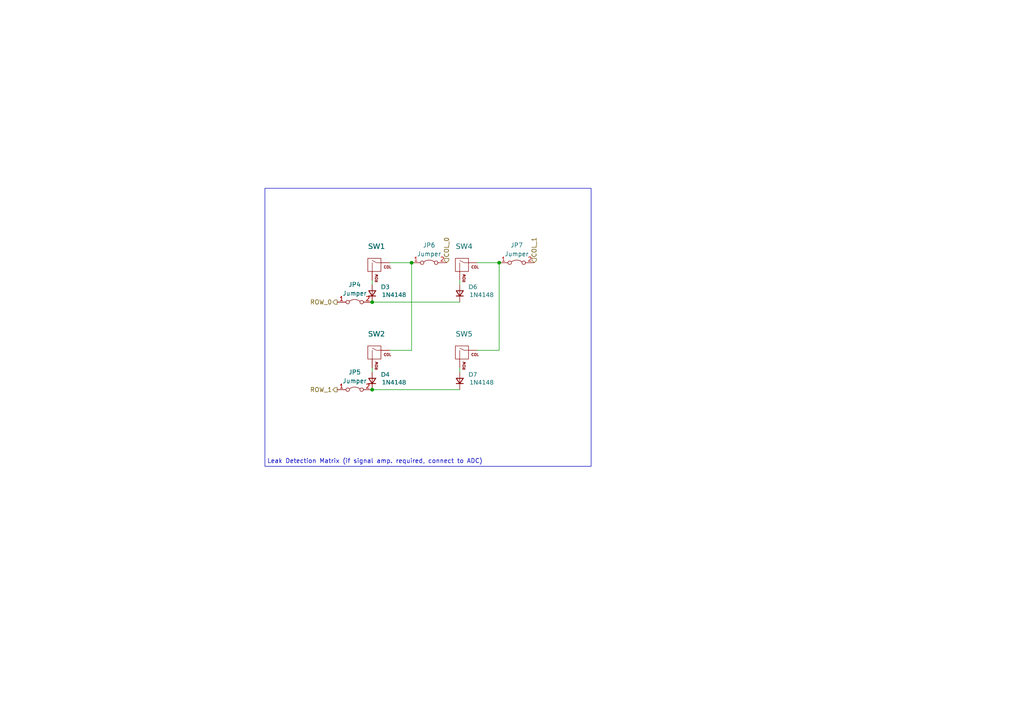
<source format=kicad_sch>
(kicad_sch (version 20230409) (generator eeschema)
  (paper "A4")
  (title_block (title "Carrier Board") (date "2023-07-04") (rev "V1.1") (company "MUREX Robotics [Byran Huang]") (comment 1 "//DO IT RIGHT,  DO IT MUREX") (comment 2 "// ATTEMPT THE IMPOSSIBLE") (comment 3 "CM4-based ROV (robotics) control board.") (comment 4 "The MUREX Carrier Board is the world's first open-source "))
  (lib_symbols
    (symbol "Device:D_Small" (pin_numbers hide) (pin_names (offset 0.254) hide)
      (property "Reference" "D" (at -1.27 2.032 0))
      (property "Value" "D_Small" (at -3.81 -2.032 0))
      (symbol "D_Small_0_1"
        (polyline (pts (xy -0.762 -1.016) (xy -0.762 1.016)) (stroke (width 0.254)))
        (polyline (pts (xy -0.762 0) (xy 0.762 0)))
        (polyline (pts (xy 0.762 -1.016) (xy -0.762 0) (xy 0.762 1.016) (xy 0.762 -1.016)) (stroke (width 0.254)))
      )
      (symbol "D_Small_1_1"
        (pin passive line (at -2.54 0 0) (length 1.778) (name "K") (number "1"))
        (pin passive line (at 2.54 0 180) (length 1.778) (name "A") (number "2"))
      )
    )
    (symbol "Jumper:Jumper_2_Bridged" (pin_names (offset 0) hide)
      (property "Reference" "JP" (at 0 1.905 0))
      (property "Value" "Jumper_2_Bridged" (at 0 -2.54 0))
      (symbol "Jumper_2_Bridged_0_0"
        (circle (center -2.032 0) (radius 0.508))
        (circle (center 2.032 0) (radius 0.508))
      )
      (symbol "Jumper_2_Bridged_0_1"
        (arc (start 1.524 0.254) (mid 0 0.762) (end -1.524 0.254))
      )
      (symbol "Jumper_2_Bridged_1_1"
        (pin passive line (at -5.08 0 0) (length 2.54) (name "A") (number "1"))
        (pin passive line (at 5.08 0 180) (length 2.54) (name "B") (number "2"))
      )
    )
    (symbol "MX_Alps_Hybrid:MX-NoLED" (pin_names (offset 1.016))
      (property "Reference" "MX" (at -0.635 3.81 0))
      (property "Value" "MX-NoLED" (at -0.635 1.27 0))
      (symbol "MX-NoLED_0_0"
        (rectangle (start -2.54 2.54) (end 1.27 -1.27))
        (polyline (pts (xy -1.27 -1.27) (xy -1.27 1.27)) (stroke (width 0.127)))
        (polyline (pts (xy 1.27 1.27) (xy 0 1.27) (xy -1.27 1.905)) (stroke (width 0.127)))
        (text "COL" (at 3.175 0 0) (effects (font (size 0.762 0.762))))
        (text "ROW" (at 0 -1.905 900) (effects (font (size 0.762 0.762)) (justify right)))
      )
      (symbol "MX-NoLED_1_1"
        (pin passive line (at 3.81 1.27 180) (length 2.54) (name "COL") (number "1"))
        (pin passive line (at -1.27 -3.81 90) (length 2.54) (name "ROW") (number "2"))
      )
    )
  )
  (junction (at 119.38 76.2))
  (junction (at 107.95 113.03))
  (junction (at 107.95 87.63))
  (junction (at 144.78 76.2))
  (wire (pts (xy 107.95 87.63) (xy 133.35 87.63)))
  (wire (pts (xy 107.95 113.03) (xy 133.35 113.03)))
  (wire (pts (xy 138.43 76.2) (xy 144.78 76.2)))
  (wire (pts (xy 113.03 101.6) (xy 119.38 101.6)))
  (wire (pts (xy 107.95 81.28) (xy 107.95 82.55)))
  (wire (pts (xy 107.95 106.68) (xy 107.95 107.95)))
  (wire (pts (xy 138.43 101.6) (xy 144.78 101.6)))
  (wire (pts (xy 119.38 76.2) (xy 119.38 101.6)))
  (wire (pts (xy 133.35 106.68) (xy 133.35 107.95)))
  (wire (pts (xy 113.03 76.2) (xy 119.38 76.2)))
  (wire (pts (xy 133.35 81.28) (xy 133.35 82.55)))
  (wire (pts (xy 144.78 76.2) (xy 144.78 101.6)))
  (rectangle (start 76.835 54.61) (end 171.45 135.255))
  (text "Leak Detection Matrix (if signal amp. required, connect to ADC)" (at 77.47 134.62 0) (effects (font (size 1.27 1.27)) (justify left bottom)))
  (hierarchical_label "ROW_0" (shape output) (at 97.79 87.63 180))
  (hierarchical_label "COL_1" (shape input) (at 154.94 76.2 90))
  (hierarchical_label "COL_0" (shape input) (at 129.54 76.2 90))
  (hierarchical_label "ROW_1" (shape output) (at 97.79 113.03 180))
  (symbol (lib_id "Device:D_Small") (at 133.35 85.09 90) (unit 1)
    (property "Reference" "D6" (at 135.89 83.312 90) (effects (justify right)))
    (property "Value" "1N4148" (at 135.89 85.598 90) (effects (justify right)))
    (property "Footprint" "Diode_SMD:D_SOD-323" (effects hide))
    (property "Digikey #" "1N4148FS-ND" (effects hide))
    (property "Sim.Device" "D" (effects hide))
    (property "Sim.Pins" "1=K 2=A" (effects hide))
    (instances (project "rp2040_keyboard" (path "" (reference "D6") (unit 1))) (project "carrier" (path "" (reference "D13") (unit 1)) (path "" (reference "D15") (unit 1))) (project "keyboard" (path "" (reference "D_1") (unit 1))))
  )
  (symbol (lib_id "MX_Alps_Hybrid:MX-NoLED") (at 109.22 77.47 0) (unit 1)
    (property "Reference" "SW1" (at 109.22 71.5518 0) (effects (font (size 1.524 1.524))))
    (property "Value" "KEYSW" (effects hide))
    (property "Footprint" "Connector_JST:JST_GH_BM02B-GHS-TBT_1x02-1MP_P1.25mm_Vertical" (effects hide))
    (property "Amazon Link" "https://www.amazon.com/dp/B0BFQFHLDJ/" (effects hide))
    (instances (project "rp2040_keyboard" (path "" (reference "SW1") (unit 1))) (project "carrier" (path "" (reference "SW1") (unit 1)) (path "" (reference "SW2") (unit 1))) (project "keyboard" (path "" (reference "K_0") (unit 1))))
  )
  (symbol (lib_id "Jumper:Jumper_2_Bridged") (at 102.87 113.03 0) (unit 1)
    (property "Reference" "JP5" (at 102.87 107.95 0))
    (property "Value" "Jumper" (at 102.87 110.49 0))
    (property "Footprint" "Jumper:SolderJumper-2_P1.3mm_Bridged_Pad1.0x1.5mm" (effects hide))
  )
  (symbol (lib_id "MX_Alps_Hybrid:MX-NoLED") (at 109.22 102.87 0) (unit 1)
    (property "Reference" "SW2" (at 109.22 96.9518 0) (effects (font (size 1.524 1.524))))
    (property "Value" "KEYSW" (effects hide))
    (property "Footprint" "Connector_JST:JST_GH_BM02B-GHS-TBT_1x02-1MP_P1.25mm_Vertical" (effects hide))
    (property "Amazon Link" "https://www.amazon.com/dp/B0BFQFHLDJ/" (effects hide))
    (instances (project "rp2040_keyboard" (path "" (reference "SW2") (unit 1))) (project "carrier" (path "" (reference "SW2") (unit 1)) (path "" (reference "SW3") (unit 1))) (project "keyboard" (path "" (reference "K_3") (unit 1))))
  )
  (symbol (lib_id "Device:D_Small") (at 133.35 110.49 90) (unit 1)
    (property "Reference" "D7" (at 135.89 108.712 90) (effects (justify right)))
    (property "Value" "1N4148" (at 135.89 110.998 90) (effects (justify right)))
    (property "Footprint" "Diode_SMD:D_SOD-323" (effects hide))
    (property "Digikey #" "1N4148FS-ND" (effects hide))
    (property "Sim.Device" "D" (effects hide))
    (property "Sim.Pins" "1=K 2=A" (effects hide))
    (instances (project "rp2040_keyboard" (path "" (reference "D7") (unit 1))) (project "carrier" (path "" (reference "D14") (unit 1)) (path "" (reference "D16") (unit 1))) (project "keyboard" (path "" (reference "D_4") (unit 1))))
  )
  (symbol (lib_id "MX_Alps_Hybrid:MX-NoLED") (at 134.62 77.47 0) (unit 1)
    (property "Reference" "SW4" (at 134.62 71.5518 0) (effects (font (size 1.524 1.524))))
    (property "Value" "KEYSW" (effects hide))
    (property "Footprint" "Connector_JST:JST_GH_BM02B-GHS-TBT_1x02-1MP_P1.25mm_Vertical" (effects hide))
    (property "Amazon Link" "https://www.amazon.com/dp/B0BFQFHLDJ/" (effects hide))
    (instances (project "rp2040_keyboard" (path "" (reference "SW4") (unit 1))) (project "carrier" (path "" (reference "SW4") (unit 1)) (path "" (reference "SW4") (unit 1))) (project "keyboard" (path "" (reference "K_1") (unit 1))))
  )
  (symbol (lib_id "Jumper:Jumper_2_Bridged") (at 102.87 87.63 0) (unit 1)
    (property "Reference" "JP4" (at 102.87 82.55 0))
    (property "Value" "Jumper" (at 102.87 85.09 0))
    (property "Footprint" "Jumper:SolderJumper-2_P1.3mm_Bridged_Pad1.0x1.5mm" (effects hide))
  )
  (symbol (lib_id "Device:D_Small") (at 107.95 85.09 90) (unit 1)
    (property "Reference" "D3" (at 110.49 83.312 90) (effects (justify right)))
    (property "Value" "1N4148" (at 110.49 85.598 90) (effects (justify right)))
    (property "Footprint" "Diode_SMD:D_SOD-323" (effects hide))
    (property "Digikey #" "1N4148FS-ND" (effects hide))
    (property "Sim.Device" "D" (effects hide))
    (property "Sim.Pins" "1=K 2=A" (effects hide))
    (instances (project "rp2040_keyboard" (path "" (reference "D3") (unit 1))) (project "carrier" (path "" (reference "D10") (unit 1)) (path "" (reference "D13") (unit 1))) (project "keyboard" (path "" (reference "D_0") (unit 1))))
  )
  (symbol (lib_id "Jumper:Jumper_2_Bridged") (at 124.46 76.2 0) (unit 1)
    (property "Reference" "JP6" (at 124.46 71.12 0))
    (property "Value" "Jumper" (at 124.46 73.66 0))
    (property "Footprint" "Jumper:SolderJumper-2_P1.3mm_Bridged_Pad1.0x1.5mm" (effects hide))
  )
  (symbol (lib_id "Jumper:Jumper_2_Bridged") (at 149.86 76.2 0) (unit 1)
    (property "Reference" "JP7" (at 149.86 71.12 0))
    (property "Value" "Jumper" (at 149.86 73.66 0))
    (property "Footprint" "Jumper:SolderJumper-2_P1.3mm_Bridged_Pad1.0x1.5mm" (effects hide))
  )
  (symbol (lib_id "Device:D_Small") (at 107.95 110.49 90) (unit 1)
    (property "Reference" "D4" (at 110.49 108.712 90) (effects (justify right)))
    (property "Value" "1N4148" (at 110.49 110.998 90) (effects (justify right)))
    (property "Footprint" "Diode_SMD:D_SOD-323" (effects hide))
    (property "Digikey #" "1N4148FS-ND" (effects hide))
    (property "Sim.Device" "D" (effects hide))
    (property "Sim.Pins" "1=K 2=A" (effects hide))
    (instances (project "rp2040_keyboard" (path "" (reference "D4") (unit 1))) (project "carrier" (path "" (reference "D11") (unit 1)) (path "" (reference "D14") (unit 1))) (project "keyboard" (path "" (reference "D_3") (unit 1))))
  )
  (symbol (lib_id "MX_Alps_Hybrid:MX-NoLED") (at 134.62 102.87 0) (unit 1)
    (property "Reference" "SW5" (at 134.62 96.9518 0) (effects (font (size 1.524 1.524))))
    (property "Value" "KEYSW" (effects hide))
    (property "Footprint" "Connector_JST:JST_GH_BM02B-GHS-TBT_1x02-1MP_P1.25mm_Vertical" (effects hide))
    (property "Amazon Link" "https://www.amazon.com/dp/B0BFQFHLDJ/" (effects hide))
    (instances (project "rp2040_keyboard" (path "" (reference "SW5") (unit 1))) (project "carrier" (path "" (reference "SW5") (unit 1)) (path "" (reference "SW5") (unit 1))) (project "keyboard" (path "" (reference "K_4") (unit 1))))
  )
)
</source>
